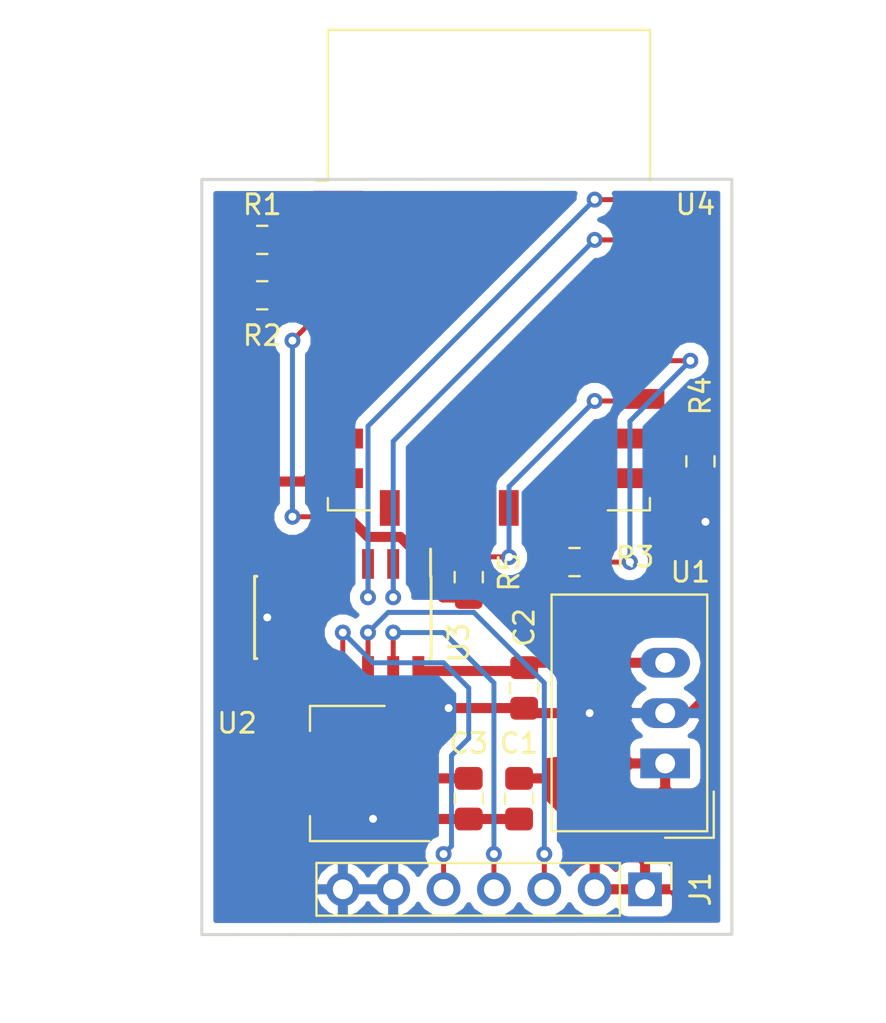
<source format=kicad_pcb>
(kicad_pcb (version 20171130) (host pcbnew "(5.0.0)")

  (general
    (thickness 1.6)
    (drawings 7)
    (tracks 130)
    (zones 0)
    (modules 13)
    (nets 33)
  )

  (page A4)
  (layers
    (0 F.Cu signal)
    (31 B.Cu signal)
    (32 B.Adhes user)
    (33 F.Adhes user)
    (34 B.Paste user)
    (35 F.Paste user)
    (36 B.SilkS user)
    (37 F.SilkS user)
    (38 B.Mask user)
    (39 F.Mask user)
    (40 Dwgs.User user)
    (41 Cmts.User user)
    (42 Eco1.User user)
    (43 Eco2.User user)
    (44 Edge.Cuts user)
    (45 Margin user)
    (46 B.CrtYd user)
    (47 F.CrtYd user)
    (48 B.Fab user)
    (49 F.Fab user)
  )

  (setup
    (last_trace_width 0.25)
    (trace_clearance 0.2)
    (zone_clearance 0.508)
    (zone_45_only no)
    (trace_min 0.2)
    (segment_width 0.2)
    (edge_width 0.15)
    (via_size 0.8)
    (via_drill 0.4)
    (via_min_size 0.4)
    (via_min_drill 0.3)
    (uvia_size 0.3)
    (uvia_drill 0.1)
    (uvias_allowed no)
    (uvia_min_size 0.2)
    (uvia_min_drill 0.1)
    (pcb_text_width 0.3)
    (pcb_text_size 1.5 1.5)
    (mod_edge_width 0.15)
    (mod_text_size 1 1)
    (mod_text_width 0.15)
    (pad_size 1.524 1.524)
    (pad_drill 0.762)
    (pad_to_mask_clearance 0.2)
    (aux_axis_origin 127 119.38)
    (grid_origin 127 119.38)
    (visible_elements 7FFFFFFF)
    (pcbplotparams
      (layerselection 0x010fc_ffffffff)
      (usegerberextensions false)
      (usegerberattributes false)
      (usegerberadvancedattributes false)
      (creategerberjobfile false)
      (excludeedgelayer true)
      (linewidth 0.100000)
      (plotframeref false)
      (viasonmask false)
      (mode 1)
      (useauxorigin false)
      (hpglpennumber 1)
      (hpglpenspeed 20)
      (hpglpendiameter 15.000000)
      (psnegative false)
      (psa4output false)
      (plotreference true)
      (plotvalue true)
      (plotinvisibletext false)
      (padsonsilk false)
      (subtractmaskfromsilk false)
      (outputformat 1)
      (mirror false)
      (drillshape 1)
      (scaleselection 1)
      (outputdirectory ""))
  )

  (net 0 "")
  (net 1 /GPIO0)
  (net 2 +3V3)
  (net 3 "Net-(R2-Pad1)")
  (net 4 "Net-(R1-Pad1)")
  (net 5 Earth)
  (net 6 "Net-(R4-Pad1)")
  (net 7 "Net-(U4-Pad2)")
  (net 8 /LOCAL_BRC)
  (net 9 "Net-(U4-Pad5)")
  (net 10 "Net-(U4-Pad6)")
  (net 11 "Net-(U4-Pad7)")
  (net 12 "Net-(U4-Pad9)")
  (net 13 "Net-(U4-Pad10)")
  (net 14 "Net-(U4-Pad11)")
  (net 15 "Net-(U4-Pad12)")
  (net 16 "Net-(U4-Pad13)")
  (net 17 "Net-(U4-Pad14)")
  (net 18 "Net-(U4-Pad19)")
  (net 19 "Net-(U4-Pad20)")
  (net 20 /LOCAL_RXD)
  (net 21 /LOCAL_TXD)
  (net 22 +5V)
  (net 23 "Net-(U3-Pad5)")
  (net 24 "Net-(U3-Pad6)")
  (net 25 "Net-(U3-Pad8)")
  (net 26 "Net-(U3-Pad9)")
  (net 27 "Net-(U3-Pad10)")
  (net 28 /ROOMBA_BRC)
  (net 29 /ROOMBA_RXD)
  (net 30 /ROOMBA_TXD)
  (net 31 +BATT)
  (net 32 /GPIO2)

  (net_class Default "This is the default net class."
    (clearance 0.2)
    (trace_width 0.25)
    (via_dia 0.8)
    (via_drill 0.4)
    (uvia_dia 0.3)
    (uvia_drill 0.1)
    (add_net /GPIO0)
    (add_net /GPIO2)
    (add_net /LOCAL_BRC)
    (add_net /LOCAL_RXD)
    (add_net /LOCAL_TXD)
    (add_net /ROOMBA_BRC)
    (add_net /ROOMBA_RXD)
    (add_net /ROOMBA_TXD)
    (add_net "Net-(R1-Pad1)")
    (add_net "Net-(R2-Pad1)")
    (add_net "Net-(R4-Pad1)")
    (add_net "Net-(U3-Pad10)")
    (add_net "Net-(U3-Pad5)")
    (add_net "Net-(U3-Pad6)")
    (add_net "Net-(U3-Pad8)")
    (add_net "Net-(U3-Pad9)")
    (add_net "Net-(U4-Pad10)")
    (add_net "Net-(U4-Pad11)")
    (add_net "Net-(U4-Pad12)")
    (add_net "Net-(U4-Pad13)")
    (add_net "Net-(U4-Pad14)")
    (add_net "Net-(U4-Pad19)")
    (add_net "Net-(U4-Pad2)")
    (add_net "Net-(U4-Pad20)")
    (add_net "Net-(U4-Pad5)")
    (add_net "Net-(U4-Pad6)")
    (add_net "Net-(U4-Pad7)")
    (add_net "Net-(U4-Pad9)")
  )

  (net_class Power ""
    (clearance 0.2)
    (trace_width 0.508)
    (via_dia 0.8)
    (via_drill 0.4)
    (uvia_dia 0.3)
    (uvia_drill 0.1)
    (add_net +3V3)
    (add_net +5V)
    (add_net +BATT)
    (add_net Earth)
  )

  (module Capacitor_SMD:C_0805_2012Metric_Pad1.15x1.40mm_HandSolder (layer F.Cu) (tedit 5B36C52B) (tstamp 5BDC2893)
    (at 145.542 109.982 270)
    (descr "Capacitor SMD 0805 (2012 Metric), square (rectangular) end terminal, IPC_7351 nominal with elongated pad for handsoldering. (Body size source: https://docs.google.com/spreadsheets/d/1BsfQQcO9C6DZCsRaXUlFlo91Tg2WpOkGARC1WS5S8t0/edit?usp=sharing), generated with kicad-footprint-generator")
    (tags "capacitor handsolder")
    (path /5BB9991F)
    (attr smd)
    (fp_text reference C1 (at -2.794 0) (layer F.SilkS)
      (effects (font (size 1 1) (thickness 0.15)))
    )
    (fp_text value "10 uF" (at 0 1.65 270) (layer F.Fab)
      (effects (font (size 1 1) (thickness 0.15)))
    )
    (fp_text user %R (at 0 0 270) (layer F.Fab)
      (effects (font (size 0.5 0.5) (thickness 0.08)))
    )
    (fp_line (start 1.85 0.95) (end -1.85 0.95) (layer F.CrtYd) (width 0.05))
    (fp_line (start 1.85 -0.95) (end 1.85 0.95) (layer F.CrtYd) (width 0.05))
    (fp_line (start -1.85 -0.95) (end 1.85 -0.95) (layer F.CrtYd) (width 0.05))
    (fp_line (start -1.85 0.95) (end -1.85 -0.95) (layer F.CrtYd) (width 0.05))
    (fp_line (start -0.261252 0.71) (end 0.261252 0.71) (layer F.SilkS) (width 0.12))
    (fp_line (start -0.261252 -0.71) (end 0.261252 -0.71) (layer F.SilkS) (width 0.12))
    (fp_line (start 1 0.6) (end -1 0.6) (layer F.Fab) (width 0.1))
    (fp_line (start 1 -0.6) (end 1 0.6) (layer F.Fab) (width 0.1))
    (fp_line (start -1 -0.6) (end 1 -0.6) (layer F.Fab) (width 0.1))
    (fp_line (start -1 0.6) (end -1 -0.6) (layer F.Fab) (width 0.1))
    (pad 2 smd roundrect (at 1.025 0 270) (size 1.15 1.4) (layers F.Cu F.Paste F.Mask) (roundrect_rratio 0.217391)
      (net 5 Earth))
    (pad 1 smd roundrect (at -1.025 0 270) (size 1.15 1.4) (layers F.Cu F.Paste F.Mask) (roundrect_rratio 0.217391)
      (net 31 +BATT))
    (model ${KISYS3DMOD}/Capacitor_SMD.3dshapes/C_0805_2012Metric.wrl
      (at (xyz 0 0 0))
      (scale (xyz 1 1 1))
      (rotate (xyz 0 0 0))
    )
  )

  (module Capacitor_SMD:C_0805_2012Metric_Pad1.15x1.40mm_HandSolder (layer F.Cu) (tedit 5B36C52B) (tstamp 5BDC2882)
    (at 145.796 104.394 270)
    (descr "Capacitor SMD 0805 (2012 Metric), square (rectangular) end terminal, IPC_7351 nominal with elongated pad for handsoldering. (Body size source: https://docs.google.com/spreadsheets/d/1BsfQQcO9C6DZCsRaXUlFlo91Tg2WpOkGARC1WS5S8t0/edit?usp=sharing), generated with kicad-footprint-generator")
    (tags "capacitor handsolder")
    (path /5BBABA07)
    (attr smd)
    (fp_text reference C2 (at -3.048 0 270) (layer F.SilkS)
      (effects (font (size 1 1) (thickness 0.15)))
    )
    (fp_text value "10 uF" (at 0 1.65 270) (layer F.Fab)
      (effects (font (size 1 1) (thickness 0.15)))
    )
    (fp_line (start -1 0.6) (end -1 -0.6) (layer F.Fab) (width 0.1))
    (fp_line (start -1 -0.6) (end 1 -0.6) (layer F.Fab) (width 0.1))
    (fp_line (start 1 -0.6) (end 1 0.6) (layer F.Fab) (width 0.1))
    (fp_line (start 1 0.6) (end -1 0.6) (layer F.Fab) (width 0.1))
    (fp_line (start -0.261252 -0.71) (end 0.261252 -0.71) (layer F.SilkS) (width 0.12))
    (fp_line (start -0.261252 0.71) (end 0.261252 0.71) (layer F.SilkS) (width 0.12))
    (fp_line (start -1.85 0.95) (end -1.85 -0.95) (layer F.CrtYd) (width 0.05))
    (fp_line (start -1.85 -0.95) (end 1.85 -0.95) (layer F.CrtYd) (width 0.05))
    (fp_line (start 1.85 -0.95) (end 1.85 0.95) (layer F.CrtYd) (width 0.05))
    (fp_line (start 1.85 0.95) (end -1.85 0.95) (layer F.CrtYd) (width 0.05))
    (fp_text user %R (at 0 0 270) (layer F.Fab)
      (effects (font (size 0.5 0.5) (thickness 0.08)))
    )
    (pad 1 smd roundrect (at -1.025 0 270) (size 1.15 1.4) (layers F.Cu F.Paste F.Mask) (roundrect_rratio 0.217391)
      (net 22 +5V))
    (pad 2 smd roundrect (at 1.025 0 270) (size 1.15 1.4) (layers F.Cu F.Paste F.Mask) (roundrect_rratio 0.217391)
      (net 5 Earth))
    (model ${KISYS3DMOD}/Capacitor_SMD.3dshapes/C_0805_2012Metric.wrl
      (at (xyz 0 0 0))
      (scale (xyz 1 1 1))
      (rotate (xyz 0 0 0))
    )
  )

  (module Capacitor_SMD:C_0805_2012Metric_Pad1.15x1.40mm_HandSolder (layer F.Cu) (tedit 5B36C52B) (tstamp 5BDC2871)
    (at 143.002 109.982 270)
    (descr "Capacitor SMD 0805 (2012 Metric), square (rectangular) end terminal, IPC_7351 nominal with elongated pad for handsoldering. (Body size source: https://docs.google.com/spreadsheets/d/1BsfQQcO9C6DZCsRaXUlFlo91Tg2WpOkGARC1WS5S8t0/edit?usp=sharing), generated with kicad-footprint-generator")
    (tags "capacitor handsolder")
    (path /5BBACEE9)
    (attr smd)
    (fp_text reference C3 (at -2.794 0) (layer F.SilkS)
      (effects (font (size 1 1) (thickness 0.15)))
    )
    (fp_text value "10 uF" (at 0 1.65 270) (layer F.Fab)
      (effects (font (size 1 1) (thickness 0.15)))
    )
    (fp_text user %R (at 0 0 270) (layer F.Fab)
      (effects (font (size 0.5 0.5) (thickness 0.08)))
    )
    (fp_line (start 1.85 0.95) (end -1.85 0.95) (layer F.CrtYd) (width 0.05))
    (fp_line (start 1.85 -0.95) (end 1.85 0.95) (layer F.CrtYd) (width 0.05))
    (fp_line (start -1.85 -0.95) (end 1.85 -0.95) (layer F.CrtYd) (width 0.05))
    (fp_line (start -1.85 0.95) (end -1.85 -0.95) (layer F.CrtYd) (width 0.05))
    (fp_line (start -0.261252 0.71) (end 0.261252 0.71) (layer F.SilkS) (width 0.12))
    (fp_line (start -0.261252 -0.71) (end 0.261252 -0.71) (layer F.SilkS) (width 0.12))
    (fp_line (start 1 0.6) (end -1 0.6) (layer F.Fab) (width 0.1))
    (fp_line (start 1 -0.6) (end 1 0.6) (layer F.Fab) (width 0.1))
    (fp_line (start -1 -0.6) (end 1 -0.6) (layer F.Fab) (width 0.1))
    (fp_line (start -1 0.6) (end -1 -0.6) (layer F.Fab) (width 0.1))
    (pad 2 smd roundrect (at 1.025 0 270) (size 1.15 1.4) (layers F.Cu F.Paste F.Mask) (roundrect_rratio 0.217391)
      (net 5 Earth))
    (pad 1 smd roundrect (at -1.025 0 270) (size 1.15 1.4) (layers F.Cu F.Paste F.Mask) (roundrect_rratio 0.217391)
      (net 2 +3V3))
    (model ${KISYS3DMOD}/Capacitor_SMD.3dshapes/C_0805_2012Metric.wrl
      (at (xyz 0 0 0))
      (scale (xyz 1 1 1))
      (rotate (xyz 0 0 0))
    )
  )

  (module Connector_PinHeader_2.54mm:PinHeader_1x07_P2.54mm_Vertical (layer F.Cu) (tedit 5BB6F3B1) (tstamp 5BDC284F)
    (at 151.892 114.554 270)
    (descr "Through hole straight pin header, 1x07, 2.54mm pitch, single row")
    (tags "Through hole pin header THT 1x07 2.54mm single row")
    (path /5BB8E599)
    (fp_text reference J1 (at 0 -2.794 270) (layer F.SilkS)
      (effects (font (size 1 1) (thickness 0.15)))
    )
    (fp_text value Conn_01x07_Male (at 0 17.57 270) (layer F.Fab)
      (effects (font (size 1 1) (thickness 0.15)))
    )
    (fp_line (start -0.635 -1.27) (end 1.27 -1.27) (layer F.Fab) (width 0.1))
    (fp_line (start 1.27 -1.27) (end 1.27 16.51) (layer F.Fab) (width 0.1))
    (fp_line (start 1.27 16.51) (end -1.27 16.51) (layer F.Fab) (width 0.1))
    (fp_line (start -1.27 16.51) (end -1.27 -0.635) (layer F.Fab) (width 0.1))
    (fp_line (start -1.27 -0.635) (end -0.635 -1.27) (layer F.Fab) (width 0.1))
    (fp_line (start -1.33 16.57) (end 1.33 16.57) (layer F.SilkS) (width 0.12))
    (fp_line (start -1.33 1.27) (end -1.33 16.57) (layer F.SilkS) (width 0.12))
    (fp_line (start 1.33 1.27) (end 1.33 16.57) (layer F.SilkS) (width 0.12))
    (fp_line (start -1.33 1.27) (end 1.33 1.27) (layer F.SilkS) (width 0.12))
    (fp_line (start -1.33 0) (end -1.33 -1.33) (layer F.SilkS) (width 0.12))
    (fp_line (start -1.33 -1.33) (end 0 -1.33) (layer F.SilkS) (width 0.12))
    (fp_line (start -1.8 -1.8) (end -1.8 17.05) (layer F.CrtYd) (width 0.05))
    (fp_line (start -1.8 17.05) (end 1.8 17.05) (layer F.CrtYd) (width 0.05))
    (fp_line (start 1.8 17.05) (end 1.8 -1.8) (layer F.CrtYd) (width 0.05))
    (fp_line (start 1.8 -1.8) (end -1.8 -1.8) (layer F.CrtYd) (width 0.05))
    (fp_text user %R (at 0 7.62) (layer F.Fab)
      (effects (font (size 1 1) (thickness 0.15)))
    )
    (pad 1 thru_hole rect (at 0 0 270) (size 1.7 1.7) (drill 1) (layers *.Cu *.Mask)
      (net 31 +BATT))
    (pad 2 thru_hole oval (at 0 2.54 270) (size 1.7 1.7) (drill 1) (layers *.Cu *.Mask)
      (net 31 +BATT))
    (pad 3 thru_hole oval (at 0 5.08 270) (size 1.7 1.7) (drill 1) (layers *.Cu *.Mask)
      (net 29 /ROOMBA_RXD))
    (pad 4 thru_hole oval (at 0 7.62 270) (size 1.7 1.7) (drill 1) (layers *.Cu *.Mask)
      (net 30 /ROOMBA_TXD))
    (pad 5 thru_hole oval (at 0 10.16 270) (size 1.7 1.7) (drill 1) (layers *.Cu *.Mask)
      (net 28 /ROOMBA_BRC))
    (pad 6 thru_hole oval (at 0 12.7 270) (size 1.7 1.7) (drill 1) (layers *.Cu *.Mask)
      (net 5 Earth))
    (pad 7 thru_hole oval (at 0 15.24 270) (size 1.7 1.7) (drill 1) (layers *.Cu *.Mask)
      (net 5 Earth))
    (model ${KISYS3DMOD}/Connector_PinHeader_2.54mm.3dshapes/PinHeader_1x07_P2.54mm_Vertical.wrl
      (at (xyz 0 0 0))
      (scale (xyz 1 1 1))
      (rotate (xyz 0 0 0))
    )
  )

  (module Converter_DCDC:Converter_DCDC_TRACO_TSR-1_THT (layer F.Cu) (tedit 59FE1FB7) (tstamp 5BDC281C)
    (at 152.908 108.204 90)
    (descr "DCDC-Converter, TRACO, TSR 1-xxxx")
    (tags "DCDC-Converter TRACO TSR-1")
    (path /5BB72BEF)
    (fp_text reference U1 (at 9.652 1.27 180) (layer F.SilkS)
      (effects (font (size 1 1) (thickness 0.15)))
    )
    (fp_text value TSR_1-2450 (at 2.5 3.25 90) (layer F.Fab)
      (effects (font (size 1 1) (thickness 0.15)))
    )
    (fp_text user %R (at 3 -3 90) (layer F.Fab)
      (effects (font (size 1 1) (thickness 0.15)))
    )
    (fp_line (start -3.75 2.45) (end -1.42 2.45) (layer F.SilkS) (width 0.12))
    (fp_line (start -3.75 0) (end -3.75 2.45) (layer F.SilkS) (width 0.12))
    (fp_line (start -3.3 1) (end -2.3 2) (layer F.Fab) (width 0.1))
    (fp_line (start -3.3 1) (end -3.3 -5.6) (layer F.Fab) (width 0.1))
    (fp_line (start 8.4 2) (end 8.4 -5.6) (layer F.Fab) (width 0.1))
    (fp_line (start -3.3 -5.6) (end 8.4 -5.6) (layer F.Fab) (width 0.1))
    (fp_line (start -3.55 2.25) (end -3.55 -5.85) (layer F.CrtYd) (width 0.05))
    (fp_line (start 8.65 2.25) (end -3.55 2.25) (layer F.CrtYd) (width 0.05))
    (fp_line (start 8.65 -5.85) (end 8.65 2.25) (layer F.CrtYd) (width 0.05))
    (fp_line (start -3.55 -5.85) (end 8.65 -5.85) (layer F.CrtYd) (width 0.05))
    (fp_line (start 8.52 2.12) (end -3.42 2.12) (layer F.SilkS) (width 0.12))
    (fp_line (start 8.52 -5.73) (end 8.52 2.12) (layer F.SilkS) (width 0.12))
    (fp_line (start -3.42 -5.73) (end 8.52 -5.73) (layer F.SilkS) (width 0.12))
    (fp_line (start -3.42 2.12) (end -3.42 -5.73) (layer F.SilkS) (width 0.12))
    (fp_line (start -2.3 2) (end 8.4 2) (layer F.Fab) (width 0.1))
    (pad 1 thru_hole rect (at 0 0 90) (size 1.5 2.5) (drill 1) (layers *.Cu *.Mask)
      (net 31 +BATT))
    (pad 2 thru_hole oval (at 2.54 0 90) (size 1.5 2.5) (drill 1) (layers *.Cu *.Mask)
      (net 5 Earth))
    (pad 3 thru_hole oval (at 5.08 0 90) (size 1.5 2.5) (drill 1) (layers *.Cu *.Mask)
      (net 22 +5V))
    (model ${KISYS3DMOD}/Converter_DCDC.3dshapes/Converter_DCDC_TRACO_TSR-1_THT.wrl
      (at (xyz 0 0 0))
      (scale (xyz 1 1 1))
      (rotate (xyz 0 0 0))
    )
  )

  (module Package_SO:SOIC-14_3.9x8.7mm_P1.27mm (layer F.Cu) (tedit 5A02F2D3) (tstamp 5BDC2805)
    (at 136.652 100.838 270)
    (descr "14-Lead Plastic Small Outline (SL) - Narrow, 3.90 mm Body [SOIC] (see Microchip Packaging Specification 00000049BS.pdf)")
    (tags "SOIC 1.27")
    (path /5BB7A4D3)
    (attr smd)
    (fp_text reference U3 (at 1.27 -5.842 270) (layer F.SilkS)
      (effects (font (size 1 1) (thickness 0.15)))
    )
    (fp_text value TXB0104D (at 0 5.375 270) (layer F.Fab)
      (effects (font (size 1 1) (thickness 0.15)))
    )
    (fp_text user %R (at 0 0 270) (layer F.Fab)
      (effects (font (size 0.9 0.9) (thickness 0.135)))
    )
    (fp_line (start -0.95 -4.35) (end 1.95 -4.35) (layer F.Fab) (width 0.15))
    (fp_line (start 1.95 -4.35) (end 1.95 4.35) (layer F.Fab) (width 0.15))
    (fp_line (start 1.95 4.35) (end -1.95 4.35) (layer F.Fab) (width 0.15))
    (fp_line (start -1.95 4.35) (end -1.95 -3.35) (layer F.Fab) (width 0.15))
    (fp_line (start -1.95 -3.35) (end -0.95 -4.35) (layer F.Fab) (width 0.15))
    (fp_line (start -3.7 -4.65) (end -3.7 4.65) (layer F.CrtYd) (width 0.05))
    (fp_line (start 3.7 -4.65) (end 3.7 4.65) (layer F.CrtYd) (width 0.05))
    (fp_line (start -3.7 -4.65) (end 3.7 -4.65) (layer F.CrtYd) (width 0.05))
    (fp_line (start -3.7 4.65) (end 3.7 4.65) (layer F.CrtYd) (width 0.05))
    (fp_line (start -2.075 -4.45) (end -2.075 -4.425) (layer F.SilkS) (width 0.15))
    (fp_line (start 2.075 -4.45) (end 2.075 -4.335) (layer F.SilkS) (width 0.15))
    (fp_line (start 2.075 4.45) (end 2.075 4.335) (layer F.SilkS) (width 0.15))
    (fp_line (start -2.075 4.45) (end -2.075 4.335) (layer F.SilkS) (width 0.15))
    (fp_line (start -2.075 -4.45) (end 2.075 -4.45) (layer F.SilkS) (width 0.15))
    (fp_line (start -2.075 4.45) (end 2.075 4.45) (layer F.SilkS) (width 0.15))
    (fp_line (start -2.075 -4.425) (end -3.45 -4.425) (layer F.SilkS) (width 0.15))
    (pad 1 smd rect (at -2.7 -3.81 270) (size 1.5 0.6) (layers F.Cu F.Paste F.Mask)
      (net 2 +3V3))
    (pad 2 smd rect (at -2.7 -2.54 270) (size 1.5 0.6) (layers F.Cu F.Paste F.Mask)
      (net 20 /LOCAL_RXD))
    (pad 3 smd rect (at -2.7 -1.27 270) (size 1.5 0.6) (layers F.Cu F.Paste F.Mask)
      (net 21 /LOCAL_TXD))
    (pad 4 smd rect (at -2.7 0 270) (size 1.5 0.6) (layers F.Cu F.Paste F.Mask)
      (net 8 /LOCAL_BRC))
    (pad 5 smd rect (at -2.7 1.27 270) (size 1.5 0.6) (layers F.Cu F.Paste F.Mask)
      (net 23 "Net-(U3-Pad5)"))
    (pad 6 smd rect (at -2.7 2.54 270) (size 1.5 0.6) (layers F.Cu F.Paste F.Mask)
      (net 24 "Net-(U3-Pad6)"))
    (pad 7 smd rect (at -2.7 3.81 270) (size 1.5 0.6) (layers F.Cu F.Paste F.Mask)
      (net 5 Earth))
    (pad 8 smd rect (at 2.7 3.81 270) (size 1.5 0.6) (layers F.Cu F.Paste F.Mask)
      (net 25 "Net-(U3-Pad8)"))
    (pad 9 smd rect (at 2.7 2.54 270) (size 1.5 0.6) (layers F.Cu F.Paste F.Mask)
      (net 26 "Net-(U3-Pad9)"))
    (pad 10 smd rect (at 2.7 1.27 270) (size 1.5 0.6) (layers F.Cu F.Paste F.Mask)
      (net 27 "Net-(U3-Pad10)"))
    (pad 11 smd rect (at 2.7 0 270) (size 1.5 0.6) (layers F.Cu F.Paste F.Mask)
      (net 28 /ROOMBA_BRC))
    (pad 12 smd rect (at 2.7 -1.27 270) (size 1.5 0.6) (layers F.Cu F.Paste F.Mask)
      (net 29 /ROOMBA_RXD))
    (pad 13 smd rect (at 2.7 -2.54 270) (size 1.5 0.6) (layers F.Cu F.Paste F.Mask)
      (net 30 /ROOMBA_TXD))
    (pad 14 smd rect (at 2.7 -3.81 270) (size 1.5 0.6) (layers F.Cu F.Paste F.Mask)
      (net 22 +5V))
    (model ${KISYS3DMOD}/Package_SO.3dshapes/SOIC-14_3.9x8.7mm_P1.27mm.wrl
      (at (xyz 0 0 0))
      (scale (xyz 1 1 1))
      (rotate (xyz 0 0 0))
    )
  )

  (module Package_TO_SOT_SMD:SOT-223-3_TabPin2 (layer F.Cu) (tedit 5BB6F363) (tstamp 5BDC27E2)
    (at 136.906 108.712 180)
    (descr "module CMS SOT223 4 pins")
    (tags "CMS SOT")
    (path /5BB8FA5F)
    (attr smd)
    (fp_text reference U2 (at 5.588 2.54 180) (layer F.SilkS)
      (effects (font (size 1 1) (thickness 0.15)))
    )
    (fp_text value NCP1117-3.3_SOT223 (at 0 4.5 180) (layer F.Fab) hide
      (effects (font (size 1 1) (thickness 0.15)))
    )
    (fp_text user %R (at 0 0 270) (layer F.Fab)
      (effects (font (size 0.8 0.8) (thickness 0.12)))
    )
    (fp_line (start 1.91 3.41) (end 1.91 2.15) (layer F.SilkS) (width 0.12))
    (fp_line (start 1.91 -3.41) (end 1.91 -2.15) (layer F.SilkS) (width 0.12))
    (fp_line (start 4.4 -3.6) (end -4.4 -3.6) (layer F.CrtYd) (width 0.05))
    (fp_line (start 4.4 3.6) (end 4.4 -3.6) (layer F.CrtYd) (width 0.05))
    (fp_line (start -4.4 3.6) (end 4.4 3.6) (layer F.CrtYd) (width 0.05))
    (fp_line (start -4.4 -3.6) (end -4.4 3.6) (layer F.CrtYd) (width 0.05))
    (fp_line (start -1.85 -2.35) (end -0.85 -3.35) (layer F.Fab) (width 0.1))
    (fp_line (start -1.85 -2.35) (end -1.85 3.35) (layer F.Fab) (width 0.1))
    (fp_line (start -1.85 3.41) (end 1.91 3.41) (layer F.SilkS) (width 0.12))
    (fp_line (start -0.85 -3.35) (end 1.85 -3.35) (layer F.Fab) (width 0.1))
    (fp_line (start -4.1 -3.41) (end 1.91 -3.41) (layer F.SilkS) (width 0.12))
    (fp_line (start -1.85 3.35) (end 1.85 3.35) (layer F.Fab) (width 0.1))
    (fp_line (start 1.85 -3.35) (end 1.85 3.35) (layer F.Fab) (width 0.1))
    (pad 2 smd rect (at 3.15 0 180) (size 2 3.8) (layers F.Cu F.Paste F.Mask)
      (net 2 +3V3))
    (pad 2 smd rect (at -3.15 0 180) (size 2 1.5) (layers F.Cu F.Paste F.Mask)
      (net 2 +3V3))
    (pad 3 smd rect (at -3.15 2.3 180) (size 2 1.5) (layers F.Cu F.Paste F.Mask)
      (net 22 +5V))
    (pad 1 smd rect (at -3.15 -2.3 180) (size 2 1.5) (layers F.Cu F.Paste F.Mask)
      (net 5 Earth))
    (model ${KISYS3DMOD}/Package_TO_SOT_SMD.3dshapes/SOT-223.wrl
      (at (xyz 0 0 0))
      (scale (xyz 1 1 1))
      (rotate (xyz 0 0 0))
    )
  )

  (module RF_Module:ESP-12E (layer F.Cu) (tedit 5A030172) (tstamp 5BDC27CC)
    (at 144.018 83.312)
    (descr "Wi-Fi Module, http://wiki.ai-thinker.com/_media/esp8266/docs/aithinker_esp_12f_datasheet_en.pdf")
    (tags "Wi-Fi Module")
    (path /5BB75859)
    (attr smd)
    (fp_text reference U4 (at 10.414 -3.302) (layer F.SilkS)
      (effects (font (size 1 1) (thickness 0.15)))
    )
    (fp_text value ESP-12F (at -0.06 -12.78) (layer F.Fab)
      (effects (font (size 1 1) (thickness 0.15)))
    )
    (fp_text user Antenna (at -0.06 -7 180) (layer Cmts.User)
      (effects (font (size 1 1) (thickness 0.15)))
    )
    (fp_text user "KEEP-OUT ZONE" (at 0.03 -9.55 180) (layer Cmts.User)
      (effects (font (size 1 1) (thickness 0.15)))
    )
    (fp_text user %R (at 0.49 -0.8) (layer F.Fab)
      (effects (font (size 1 1) (thickness 0.15)))
    )
    (fp_line (start -8 -12) (end 8 -12) (layer F.Fab) (width 0.12))
    (fp_line (start 8 -12) (end 8 12) (layer F.Fab) (width 0.12))
    (fp_line (start 8 12) (end -8 12) (layer F.Fab) (width 0.12))
    (fp_line (start -8 12) (end -8 -3) (layer F.Fab) (width 0.12))
    (fp_line (start -8 -3) (end -7.5 -3.5) (layer F.Fab) (width 0.12))
    (fp_line (start -7.5 -3.5) (end -8 -4) (layer F.Fab) (width 0.12))
    (fp_line (start -8 -4) (end -8 -12) (layer F.Fab) (width 0.12))
    (fp_line (start -9.05 -12.2) (end 9.05 -12.2) (layer F.CrtYd) (width 0.05))
    (fp_line (start 9.05 -12.2) (end 9.05 13.1) (layer F.CrtYd) (width 0.05))
    (fp_line (start 9.05 13.1) (end -9.05 13.1) (layer F.CrtYd) (width 0.05))
    (fp_line (start -9.05 13.1) (end -9.05 -12.2) (layer F.CrtYd) (width 0.05))
    (fp_line (start -8.12 -12.12) (end 8.12 -12.12) (layer F.SilkS) (width 0.12))
    (fp_line (start 8.12 -12.12) (end 8.12 -4.5) (layer F.SilkS) (width 0.12))
    (fp_line (start 8.12 11.5) (end 8.12 12.12) (layer F.SilkS) (width 0.12))
    (fp_line (start 8.12 12.12) (end 6 12.12) (layer F.SilkS) (width 0.12))
    (fp_line (start -6 12.12) (end -8.12 12.12) (layer F.SilkS) (width 0.12))
    (fp_line (start -8.12 12.12) (end -8.12 11.5) (layer F.SilkS) (width 0.12))
    (fp_line (start -8.12 -4.5) (end -8.12 -12.12) (layer F.SilkS) (width 0.12))
    (fp_line (start -8.12 -4.5) (end -8.73 -4.5) (layer F.SilkS) (width 0.12))
    (fp_line (start -8.12 -12.12) (end 8.12 -12.12) (layer Dwgs.User) (width 0.12))
    (fp_line (start 8.12 -12.12) (end 8.12 -4.8) (layer Dwgs.User) (width 0.12))
    (fp_line (start 8.12 -4.8) (end -8.12 -4.8) (layer Dwgs.User) (width 0.12))
    (fp_line (start -8.12 -4.8) (end -8.12 -12.12) (layer Dwgs.User) (width 0.12))
    (fp_line (start -8.12 -9.12) (end -5.12 -12.12) (layer Dwgs.User) (width 0.12))
    (fp_line (start -8.12 -6.12) (end -2.12 -12.12) (layer Dwgs.User) (width 0.12))
    (fp_line (start -6.44 -4.8) (end 0.88 -12.12) (layer Dwgs.User) (width 0.12))
    (fp_line (start -3.44 -4.8) (end 3.88 -12.12) (layer Dwgs.User) (width 0.12))
    (fp_line (start -0.44 -4.8) (end 6.88 -12.12) (layer Dwgs.User) (width 0.12))
    (fp_line (start 2.56 -4.8) (end 8.12 -10.36) (layer Dwgs.User) (width 0.12))
    (fp_line (start 5.56 -4.8) (end 8.12 -7.36) (layer Dwgs.User) (width 0.12))
    (pad 1 smd rect (at -7.6 -3.5) (size 2.5 1) (layers F.Cu F.Paste F.Mask)
      (net 4 "Net-(R1-Pad1)"))
    (pad 2 smd rect (at -7.6 -1.5) (size 2.5 1) (layers F.Cu F.Paste F.Mask)
      (net 7 "Net-(U4-Pad2)"))
    (pad 3 smd rect (at -7.6 0.5) (size 2.5 1) (layers F.Cu F.Paste F.Mask)
      (net 3 "Net-(R2-Pad1)"))
    (pad 4 smd rect (at -7.6 2.5) (size 2.5 1) (layers F.Cu F.Paste F.Mask)
      (net 8 /LOCAL_BRC))
    (pad 5 smd rect (at -7.6 4.5) (size 2.5 1) (layers F.Cu F.Paste F.Mask)
      (net 9 "Net-(U4-Pad5)"))
    (pad 6 smd rect (at -7.6 6.5) (size 2.5 1) (layers F.Cu F.Paste F.Mask)
      (net 10 "Net-(U4-Pad6)"))
    (pad 7 smd rect (at -7.6 8.5) (size 2.5 1) (layers F.Cu F.Paste F.Mask)
      (net 11 "Net-(U4-Pad7)"))
    (pad 8 smd rect (at -7.6 10.5) (size 2.5 1) (layers F.Cu F.Paste F.Mask)
      (net 2 +3V3))
    (pad 9 smd rect (at -5 12) (size 1 1.8) (layers F.Cu F.Paste F.Mask)
      (net 12 "Net-(U4-Pad9)"))
    (pad 10 smd rect (at -3 12) (size 1 1.8) (layers F.Cu F.Paste F.Mask)
      (net 13 "Net-(U4-Pad10)"))
    (pad 11 smd rect (at -1 12) (size 1 1.8) (layers F.Cu F.Paste F.Mask)
      (net 14 "Net-(U4-Pad11)"))
    (pad 12 smd rect (at 1 12) (size 1 1.8) (layers F.Cu F.Paste F.Mask)
      (net 15 "Net-(U4-Pad12)"))
    (pad 13 smd rect (at 3 12) (size 1 1.8) (layers F.Cu F.Paste F.Mask)
      (net 16 "Net-(U4-Pad13)"))
    (pad 14 smd rect (at 5 12) (size 1 1.8) (layers F.Cu F.Paste F.Mask)
      (net 17 "Net-(U4-Pad14)"))
    (pad 15 smd rect (at 7.6 10.5) (size 2.5 1) (layers F.Cu F.Paste F.Mask)
      (net 5 Earth))
    (pad 16 smd rect (at 7.6 8.5) (size 2.5 1) (layers F.Cu F.Paste F.Mask)
      (net 6 "Net-(R4-Pad1)"))
    (pad 17 smd rect (at 7.6 6.5) (size 2.5 1) (layers F.Cu F.Paste F.Mask)
      (net 32 /GPIO2))
    (pad 18 smd rect (at 7.6 4.5) (size 2.5 1) (layers F.Cu F.Paste F.Mask)
      (net 1 /GPIO0))
    (pad 19 smd rect (at 7.6 2.5) (size 2.5 1) (layers F.Cu F.Paste F.Mask)
      (net 18 "Net-(U4-Pad19)"))
    (pad 20 smd rect (at 7.6 0.5) (size 2.5 1) (layers F.Cu F.Paste F.Mask)
      (net 19 "Net-(U4-Pad20)"))
    (pad 21 smd rect (at 7.6 -1.5) (size 2.5 1) (layers F.Cu F.Paste F.Mask)
      (net 20 /LOCAL_RXD))
    (pad 22 smd rect (at 7.6 -3.5) (size 2.5 1) (layers F.Cu F.Paste F.Mask)
      (net 21 /LOCAL_TXD))
    (model ${KISYS3DMOD}/RF_Module.3dshapes/ESP-12E.wrl
      (at (xyz 0 0 0))
      (scale (xyz 1 1 1))
      (rotate (xyz 0 0 0))
    )
  )

  (module Resistor_SMD:R_0805_2012Metric_Pad1.15x1.40mm_HandSolder (layer F.Cu) (tedit 5B36C52B) (tstamp 5BDC2791)
    (at 154.686 92.964 270)
    (descr "Resistor SMD 0805 (2012 Metric), square (rectangular) end terminal, IPC_7351 nominal with elongated pad for handsoldering. (Body size source: https://docs.google.com/spreadsheets/d/1BsfQQcO9C6DZCsRaXUlFlo91Tg2WpOkGARC1WS5S8t0/edit?usp=sharing), generated with kicad-footprint-generator")
    (tags "resistor handsolder")
    (path /5BB8506F)
    (attr smd)
    (fp_text reference R4 (at -3.302 0 270) (layer F.SilkS)
      (effects (font (size 1 1) (thickness 0.15)))
    )
    (fp_text value 12K (at 0 1.65 270) (layer F.Fab)
      (effects (font (size 1 1) (thickness 0.15)))
    )
    (fp_line (start -1 0.6) (end -1 -0.6) (layer F.Fab) (width 0.1))
    (fp_line (start -1 -0.6) (end 1 -0.6) (layer F.Fab) (width 0.1))
    (fp_line (start 1 -0.6) (end 1 0.6) (layer F.Fab) (width 0.1))
    (fp_line (start 1 0.6) (end -1 0.6) (layer F.Fab) (width 0.1))
    (fp_line (start -0.261252 -0.71) (end 0.261252 -0.71) (layer F.SilkS) (width 0.12))
    (fp_line (start -0.261252 0.71) (end 0.261252 0.71) (layer F.SilkS) (width 0.12))
    (fp_line (start -1.85 0.95) (end -1.85 -0.95) (layer F.CrtYd) (width 0.05))
    (fp_line (start -1.85 -0.95) (end 1.85 -0.95) (layer F.CrtYd) (width 0.05))
    (fp_line (start 1.85 -0.95) (end 1.85 0.95) (layer F.CrtYd) (width 0.05))
    (fp_line (start 1.85 0.95) (end -1.85 0.95) (layer F.CrtYd) (width 0.05))
    (fp_text user %R (at 0 0 270) (layer F.Fab)
      (effects (font (size 0.5 0.5) (thickness 0.08)))
    )
    (pad 1 smd roundrect (at -1.025 0 270) (size 1.15 1.4) (layers F.Cu F.Paste F.Mask) (roundrect_rratio 0.217391)
      (net 6 "Net-(R4-Pad1)"))
    (pad 2 smd roundrect (at 1.025 0 270) (size 1.15 1.4) (layers F.Cu F.Paste F.Mask) (roundrect_rratio 0.217391)
      (net 5 Earth))
    (model ${KISYS3DMOD}/Resistor_SMD.3dshapes/R_0805_2012Metric.wrl
      (at (xyz 0 0 0))
      (scale (xyz 1 1 1))
      (rotate (xyz 0 0 0))
    )
  )

  (module Resistor_SMD:R_0805_2012Metric_Pad1.15x1.40mm_HandSolder (layer F.Cu) (tedit 5B36C52B) (tstamp 5BDC2780)
    (at 143.002 98.806 270)
    (descr "Resistor SMD 0805 (2012 Metric), square (rectangular) end terminal, IPC_7351 nominal with elongated pad for handsoldering. (Body size source: https://docs.google.com/spreadsheets/d/1BsfQQcO9C6DZCsRaXUlFlo91Tg2WpOkGARC1WS5S8t0/edit?usp=sharing), generated with kicad-footprint-generator")
    (tags "resistor handsolder")
    (path /5BB80D3D)
    (attr smd)
    (fp_text reference R5 (at -0.254 -2.032 270) (layer F.SilkS)
      (effects (font (size 1 1) (thickness 0.15)))
    )
    (fp_text value 12K (at 0 1.65 270) (layer F.Fab)
      (effects (font (size 1 1) (thickness 0.15)))
    )
    (fp_text user %R (at 0 0 270) (layer F.Fab)
      (effects (font (size 0.5 0.5) (thickness 0.08)))
    )
    (fp_line (start 1.85 0.95) (end -1.85 0.95) (layer F.CrtYd) (width 0.05))
    (fp_line (start 1.85 -0.95) (end 1.85 0.95) (layer F.CrtYd) (width 0.05))
    (fp_line (start -1.85 -0.95) (end 1.85 -0.95) (layer F.CrtYd) (width 0.05))
    (fp_line (start -1.85 0.95) (end -1.85 -0.95) (layer F.CrtYd) (width 0.05))
    (fp_line (start -0.261252 0.71) (end 0.261252 0.71) (layer F.SilkS) (width 0.12))
    (fp_line (start -0.261252 -0.71) (end 0.261252 -0.71) (layer F.SilkS) (width 0.12))
    (fp_line (start 1 0.6) (end -1 0.6) (layer F.Fab) (width 0.1))
    (fp_line (start 1 -0.6) (end 1 0.6) (layer F.Fab) (width 0.1))
    (fp_line (start -1 -0.6) (end 1 -0.6) (layer F.Fab) (width 0.1))
    (fp_line (start -1 0.6) (end -1 -0.6) (layer F.Fab) (width 0.1))
    (pad 2 smd roundrect (at 1.025 0 270) (size 1.15 1.4) (layers F.Cu F.Paste F.Mask) (roundrect_rratio 0.217391)
      (net 2 +3V3))
    (pad 1 smd roundrect (at -1.025 0 270) (size 1.15 1.4) (layers F.Cu F.Paste F.Mask) (roundrect_rratio 0.217391)
      (net 32 /GPIO2))
    (model ${KISYS3DMOD}/Resistor_SMD.3dshapes/R_0805_2012Metric.wrl
      (at (xyz 0 0 0))
      (scale (xyz 1 1 1))
      (rotate (xyz 0 0 0))
    )
  )

  (module Resistor_SMD:R_0805_2012Metric_Pad1.15x1.40mm_HandSolder (layer F.Cu) (tedit 5B36C52B) (tstamp 5BDC276F)
    (at 132.588 81.788 180)
    (descr "Resistor SMD 0805 (2012 Metric), square (rectangular) end terminal, IPC_7351 nominal with elongated pad for handsoldering. (Body size source: https://docs.google.com/spreadsheets/d/1BsfQQcO9C6DZCsRaXUlFlo91Tg2WpOkGARC1WS5S8t0/edit?usp=sharing), generated with kicad-footprint-generator")
    (tags "resistor handsolder")
    (path /5BB804F3)
    (attr smd)
    (fp_text reference R1 (at 0 1.778 180) (layer F.SilkS)
      (effects (font (size 1 1) (thickness 0.15)))
    )
    (fp_text value 12K (at 0 1.65 180) (layer F.Fab)
      (effects (font (size 1 1) (thickness 0.15)))
    )
    (fp_line (start -1 0.6) (end -1 -0.6) (layer F.Fab) (width 0.1))
    (fp_line (start -1 -0.6) (end 1 -0.6) (layer F.Fab) (width 0.1))
    (fp_line (start 1 -0.6) (end 1 0.6) (layer F.Fab) (width 0.1))
    (fp_line (start 1 0.6) (end -1 0.6) (layer F.Fab) (width 0.1))
    (fp_line (start -0.261252 -0.71) (end 0.261252 -0.71) (layer F.SilkS) (width 0.12))
    (fp_line (start -0.261252 0.71) (end 0.261252 0.71) (layer F.SilkS) (width 0.12))
    (fp_line (start -1.85 0.95) (end -1.85 -0.95) (layer F.CrtYd) (width 0.05))
    (fp_line (start -1.85 -0.95) (end 1.85 -0.95) (layer F.CrtYd) (width 0.05))
    (fp_line (start 1.85 -0.95) (end 1.85 0.95) (layer F.CrtYd) (width 0.05))
    (fp_line (start 1.85 0.95) (end -1.85 0.95) (layer F.CrtYd) (width 0.05))
    (fp_text user %R (at 0 0 180) (layer F.Fab)
      (effects (font (size 0.5 0.5) (thickness 0.08)))
    )
    (pad 1 smd roundrect (at -1.025 0 180) (size 1.15 1.4) (layers F.Cu F.Paste F.Mask) (roundrect_rratio 0.217391)
      (net 4 "Net-(R1-Pad1)"))
    (pad 2 smd roundrect (at 1.025 0 180) (size 1.15 1.4) (layers F.Cu F.Paste F.Mask) (roundrect_rratio 0.217391)
      (net 2 +3V3))
    (model ${KISYS3DMOD}/Resistor_SMD.3dshapes/R_0805_2012Metric.wrl
      (at (xyz 0 0 0))
      (scale (xyz 1 1 1))
      (rotate (xyz 0 0 0))
    )
  )

  (module Resistor_SMD:R_0805_2012Metric_Pad1.15x1.40mm_HandSolder (layer F.Cu) (tedit 5B36C52B) (tstamp 5BDC275E)
    (at 132.588 84.582 180)
    (descr "Resistor SMD 0805 (2012 Metric), square (rectangular) end terminal, IPC_7351 nominal with elongated pad for handsoldering. (Body size source: https://docs.google.com/spreadsheets/d/1BsfQQcO9C6DZCsRaXUlFlo91Tg2WpOkGARC1WS5S8t0/edit?usp=sharing), generated with kicad-footprint-generator")
    (tags "resistor handsolder")
    (path /5BB7EDF7)
    (attr smd)
    (fp_text reference R2 (at 0 -2.032 180) (layer F.SilkS)
      (effects (font (size 1 1) (thickness 0.15)))
    )
    (fp_text value 12K (at 0 1.65 180) (layer F.Fab)
      (effects (font (size 1 1) (thickness 0.15)))
    )
    (fp_text user %R (at 0 0 180) (layer F.Fab)
      (effects (font (size 0.5 0.5) (thickness 0.08)))
    )
    (fp_line (start 1.85 0.95) (end -1.85 0.95) (layer F.CrtYd) (width 0.05))
    (fp_line (start 1.85 -0.95) (end 1.85 0.95) (layer F.CrtYd) (width 0.05))
    (fp_line (start -1.85 -0.95) (end 1.85 -0.95) (layer F.CrtYd) (width 0.05))
    (fp_line (start -1.85 0.95) (end -1.85 -0.95) (layer F.CrtYd) (width 0.05))
    (fp_line (start -0.261252 0.71) (end 0.261252 0.71) (layer F.SilkS) (width 0.12))
    (fp_line (start -0.261252 -0.71) (end 0.261252 -0.71) (layer F.SilkS) (width 0.12))
    (fp_line (start 1 0.6) (end -1 0.6) (layer F.Fab) (width 0.1))
    (fp_line (start 1 -0.6) (end 1 0.6) (layer F.Fab) (width 0.1))
    (fp_line (start -1 -0.6) (end 1 -0.6) (layer F.Fab) (width 0.1))
    (fp_line (start -1 0.6) (end -1 -0.6) (layer F.Fab) (width 0.1))
    (pad 2 smd roundrect (at 1.025 0 180) (size 1.15 1.4) (layers F.Cu F.Paste F.Mask) (roundrect_rratio 0.217391)
      (net 2 +3V3))
    (pad 1 smd roundrect (at -1.025 0 180) (size 1.15 1.4) (layers F.Cu F.Paste F.Mask) (roundrect_rratio 0.217391)
      (net 3 "Net-(R2-Pad1)"))
    (model ${KISYS3DMOD}/Resistor_SMD.3dshapes/R_0805_2012Metric.wrl
      (at (xyz 0 0 0))
      (scale (xyz 1 1 1))
      (rotate (xyz 0 0 0))
    )
  )

  (module Resistor_SMD:R_0805_2012Metric_Pad1.15x1.40mm_HandSolder (layer F.Cu) (tedit 5B36C52B) (tstamp 5BDC274D)
    (at 148.336 98.044 180)
    (descr "Resistor SMD 0805 (2012 Metric), square (rectangular) end terminal, IPC_7351 nominal with elongated pad for handsoldering. (Body size source: https://docs.google.com/spreadsheets/d/1BsfQQcO9C6DZCsRaXUlFlo91Tg2WpOkGARC1WS5S8t0/edit?usp=sharing), generated with kicad-footprint-generator")
    (tags "resistor handsolder")
    (path /5BB80D2D)
    (attr smd)
    (fp_text reference R3 (at -3.048 0.254 180) (layer F.SilkS)
      (effects (font (size 1 1) (thickness 0.15)))
    )
    (fp_text value 12K (at 0 1.65 180) (layer F.Fab)
      (effects (font (size 1 1) (thickness 0.15)))
    )
    (fp_line (start -1 0.6) (end -1 -0.6) (layer F.Fab) (width 0.1))
    (fp_line (start -1 -0.6) (end 1 -0.6) (layer F.Fab) (width 0.1))
    (fp_line (start 1 -0.6) (end 1 0.6) (layer F.Fab) (width 0.1))
    (fp_line (start 1 0.6) (end -1 0.6) (layer F.Fab) (width 0.1))
    (fp_line (start -0.261252 -0.71) (end 0.261252 -0.71) (layer F.SilkS) (width 0.12))
    (fp_line (start -0.261252 0.71) (end 0.261252 0.71) (layer F.SilkS) (width 0.12))
    (fp_line (start -1.85 0.95) (end -1.85 -0.95) (layer F.CrtYd) (width 0.05))
    (fp_line (start -1.85 -0.95) (end 1.85 -0.95) (layer F.CrtYd) (width 0.05))
    (fp_line (start 1.85 -0.95) (end 1.85 0.95) (layer F.CrtYd) (width 0.05))
    (fp_line (start 1.85 0.95) (end -1.85 0.95) (layer F.CrtYd) (width 0.05))
    (fp_text user %R (at 0 0 180) (layer F.Fab)
      (effects (font (size 0.5 0.5) (thickness 0.08)))
    )
    (pad 1 smd roundrect (at -1.025 0 180) (size 1.15 1.4) (layers F.Cu F.Paste F.Mask) (roundrect_rratio 0.217391)
      (net 1 /GPIO0))
    (pad 2 smd roundrect (at 1.025 0 180) (size 1.15 1.4) (layers F.Cu F.Paste F.Mask) (roundrect_rratio 0.217391)
      (net 2 +3V3))
    (model ${KISYS3DMOD}/Resistor_SMD.3dshapes/R_0805_2012Metric.wrl
      (at (xyz 0 0 0))
      (scale (xyz 1 1 1))
      (rotate (xyz 0 0 0))
    )
  )

  (dimension 45.72 (width 0.3) (layer Eco2.User)
    (gr_text "1.8000 in" (at 162.12 93.98 90) (layer Eco2.User)
      (effects (font (size 1.5 1.5) (thickness 0.3)))
    )
    (feature1 (pts (xy 160.02 71.12) (xy 160.606421 71.12)))
    (feature2 (pts (xy 160.02 116.84) (xy 160.606421 116.84)))
    (crossbar (pts (xy 160.02 116.84) (xy 160.02 71.12)))
    (arrow1a (pts (xy 160.02 71.12) (xy 160.606421 72.246504)))
    (arrow1b (pts (xy 160.02 71.12) (xy 159.433579 72.246504)))
    (arrow2a (pts (xy 160.02 116.84) (xy 160.606421 115.713496)))
    (arrow2b (pts (xy 160.02 116.84) (xy 159.433579 115.713496)))
  )
  (dimension 38.1 (width 0.3) (layer Eco2.User)
    (gr_text "1.5000 in" (at 124.9 97.79 270) (layer Eco2.User)
      (effects (font (size 1.5 1.5) (thickness 0.3)))
    )
    (feature1 (pts (xy 127 116.84) (xy 126.413579 116.84)))
    (feature2 (pts (xy 127 78.74) (xy 126.413579 78.74)))
    (crossbar (pts (xy 127 78.74) (xy 127 116.84)))
    (arrow1a (pts (xy 127 116.84) (xy 126.413579 115.713496)))
    (arrow1b (pts (xy 127 116.84) (xy 127.586421 115.713496)))
    (arrow2a (pts (xy 127 78.74) (xy 126.413579 79.866504)))
    (arrow2b (pts (xy 127 78.74) (xy 127.586421 79.866504)))
  )
  (dimension 26.67 (width 0.3) (layer Eco2.User)
    (gr_text "1.0500 in" (at 142.875 121.48) (layer Eco2.User)
      (effects (font (size 1.5 1.5) (thickness 0.3)))
    )
    (feature1 (pts (xy 156.21 119.38) (xy 156.21 119.966421)))
    (feature2 (pts (xy 129.54 119.38) (xy 129.54 119.966421)))
    (crossbar (pts (xy 129.54 119.38) (xy 156.21 119.38)))
    (arrow1a (pts (xy 156.21 119.38) (xy 155.083496 119.966421)))
    (arrow1b (pts (xy 156.21 119.38) (xy 155.083496 118.793579)))
    (arrow2a (pts (xy 129.54 119.38) (xy 130.666504 119.966421)))
    (arrow2b (pts (xy 129.54 119.38) (xy 130.666504 118.793579)))
  )
  (gr_line (start 129.54 78.74) (end 156.270283 78.726278) (layer Edge.Cuts) (width 0.15))
  (gr_line (start 129.54 116.826278) (end 129.54 78.726278) (layer Edge.Cuts) (width 0.15))
  (gr_line (start 156.270283 116.826278) (end 129.54 116.84) (layer Edge.Cuts) (width 0.15))
  (gr_line (start 156.270283 78.726278) (end 156.270283 116.826278) (layer Edge.Cuts) (width 0.15))

  (via (at 137.922 99.822) (size 0.8) (drill 0.4) (layers F.Cu B.Cu) (net 21))
  (via (at 139.192 99.822) (size 0.8) (drill 0.4) (layers F.Cu B.Cu) (net 20))
  (via (at 149.352 81.788) (size 0.8) (drill 0.4) (layers F.Cu B.Cu) (net 20))
  (via (at 149.352 79.756) (size 0.8) (drill 0.4) (layers F.Cu B.Cu) (net 21))
  (via (at 145.034 97.79) (size 0.8) (drill 0.4) (layers F.Cu B.Cu) (net 32))
  (via (at 151.13 98.044) (size 0.8) (drill 0.4) (layers F.Cu B.Cu) (net 1))
  (via (at 149.352 89.916) (size 0.8) (drill 0.4) (layers F.Cu B.Cu) (net 32))
  (via (at 154.178 87.884) (size 0.8) (drill 0.4) (layers F.Cu B.Cu) (net 1))
  (segment (start 149.361 98.044) (end 151.13 98.044) (width 0.25) (layer F.Cu) (net 1))
  (segment (start 151.69 87.884) (end 151.618 87.812) (width 0.25) (layer F.Cu) (net 1))
  (segment (start 154.178 87.884) (end 151.69 87.884) (width 0.25) (layer F.Cu) (net 1))
  (segment (start 151.13 90.932) (end 154.178 87.884) (width 0.25) (layer B.Cu) (net 1))
  (segment (start 151.13 98.044) (end 151.13 90.932) (width 0.25) (layer B.Cu) (net 1))
  (via (at 139.192 101.6) (size 0.8) (drill 0.4) (layers F.Cu B.Cu) (net 30))
  (via (at 137.922 101.6) (size 0.8) (drill 0.4) (layers F.Cu B.Cu) (net 29))
  (via (at 136.652 101.6) (size 0.8) (drill 0.4) (layers F.Cu B.Cu) (net 28))
  (via (at 146.812 112.776) (size 0.8) (drill 0.4) (layers F.Cu B.Cu) (net 29))
  (via (at 144.272 112.776) (size 0.8) (drill 0.4) (layers F.Cu B.Cu) (net 30))
  (via (at 141.732 112.776) (size 0.8) (drill 0.4) (layers F.Cu B.Cu) (net 28))
  (via (at 134.112 86.868) (size 0.8) (drill 0.4) (layers F.Cu B.Cu) (net 8))
  (via (at 134.112 95.758) (size 0.8) (drill 0.4) (layers F.Cu B.Cu) (net 8))
  (via (at 132.842 100.838) (size 0.8) (drill 0.4) (layers F.Cu B.Cu) (net 5))
  (via (at 138.176 110.998) (size 0.8) (drill 0.4) (layers F.Cu B.Cu) (net 5))
  (segment (start 140.301 108.957) (end 140.056 108.712) (width 0.25) (layer F.Cu) (net 2))
  (segment (start 143.002 108.957) (end 140.301 108.957) (width 0.508) (layer F.Cu) (net 2))
  (segment (start 140.056 108.712) (end 133.756 108.712) (width 0.508) (layer F.Cu) (net 2))
  (segment (start 133.756 108.712) (end 132.506 108.712) (width 0.508) (layer F.Cu) (net 2))
  (segment (start 132.506 108.712) (end 131.563 107.769) (width 0.508) (layer F.Cu) (net 2))
  (segment (start 131.563 81.788) (end 131.563 84.582) (width 0.508) (layer F.Cu) (net 2))
  (segment (start 134.75 93.98) (end 131.563 93.98) (width 0.508) (layer F.Cu) (net 2))
  (segment (start 134.918 93.812) (end 134.75 93.98) (width 0.508) (layer F.Cu) (net 2))
  (segment (start 136.418 93.812) (end 134.918 93.812) (width 0.508) (layer F.Cu) (net 2))
  (segment (start 131.563 107.769) (end 131.563 93.98) (width 0.508) (layer F.Cu) (net 2))
  (segment (start 131.563 93.98) (end 131.563 84.582) (width 0.508) (layer F.Cu) (net 2))
  (segment (start 136.418 93.812) (end 136.418 95.27) (width 0.508) (layer F.Cu) (net 2))
  (segment (start 136.418 95.27) (end 137.922 96.774) (width 0.508) (layer F.Cu) (net 2))
  (segment (start 140.462 97.688) (end 140.462 98.138) (width 0.25) (layer F.Cu) (net 2))
  (segment (start 139.548 96.774) (end 140.462 97.688) (width 0.508) (layer F.Cu) (net 2))
  (segment (start 137.922 96.774) (end 139.548 96.774) (width 0.508) (layer F.Cu) (net 2))
  (segment (start 142.202 99.831) (end 143.002 99.831) (width 0.508) (layer F.Cu) (net 2))
  (segment (start 141.705 99.831) (end 142.202 99.831) (width 0.508) (layer F.Cu) (net 2))
  (segment (start 140.462 98.588) (end 141.705 99.831) (width 0.508) (layer F.Cu) (net 2))
  (segment (start 140.462 98.138) (end 140.462 98.588) (width 0.25) (layer F.Cu) (net 2))
  (segment (start 143.002 99.831) (end 143.755 99.831) (width 0.25) (layer F.Cu) (net 2))
  (segment (start 143.755 99.831) (end 143.755 99.822) (width 0.25) (layer F.Cu) (net 2))
  (segment (start 146.687628 98.667372) (end 146.687628 98.676372) (width 0.25) (layer F.Cu) (net 2))
  (segment (start 147.311 98.044) (end 146.687628 98.667372) (width 0.508) (layer F.Cu) (net 2))
  (segment (start 145.533 99.831) (end 143.002 99.831) (width 0.508) (layer F.Cu) (net 2))
  (segment (start 146.687628 98.676372) (end 145.533 99.831) (width 0.508) (layer F.Cu) (net 2))
  (segment (start 134.236372 83.958628) (end 134.236372 83.949628) (width 0.25) (layer F.Cu) (net 3))
  (segment (start 133.613 84.582) (end 134.236372 83.958628) (width 0.25) (layer F.Cu) (net 3))
  (segment (start 134.374 83.812) (end 136.418 83.812) (width 0.25) (layer F.Cu) (net 3))
  (segment (start 134.236372 83.949628) (end 134.374 83.812) (width 0.25) (layer F.Cu) (net 3))
  (segment (start 135.589 79.812) (end 136.418 79.812) (width 0.25) (layer F.Cu) (net 4))
  (segment (start 133.613 81.788) (end 135.589 79.812) (width 0.25) (layer F.Cu) (net 4))
  (segment (start 146.041 105.664) (end 145.796 105.419) (width 0.25) (layer F.Cu) (net 5))
  (segment (start 152.908 105.664) (end 149.098 105.664) (width 0.508) (layer F.Cu) (net 5))
  (segment (start 142.997 111.012) (end 143.002 111.007) (width 0.25) (layer F.Cu) (net 5))
  (segment (start 140.042 110.998) (end 140.056 111.012) (width 0.25) (layer F.Cu) (net 5))
  (segment (start 152.908 105.664) (end 154.178 105.664) (width 0.508) (layer F.Cu) (net 5))
  (segment (start 154.178 105.664) (end 154.94 104.902) (width 0.508) (layer F.Cu) (net 5))
  (segment (start 154.94 104.902) (end 154.94 96.012) (width 0.508) (layer F.Cu) (net 5))
  (segment (start 154.686 95.25) (end 154.686 93.989) (width 0.508) (layer F.Cu) (net 5))
  (segment (start 154.94 95.504) (end 154.686 95.25) (width 0.508) (layer F.Cu) (net 5))
  (segment (start 151.795 93.989) (end 151.618 93.812) (width 0.25) (layer F.Cu) (net 5))
  (segment (start 154.686 93.989) (end 151.795 93.989) (width 0.508) (layer F.Cu) (net 5))
  (segment (start 132.842 100.838) (end 132.842 98.138) (width 0.508) (layer F.Cu) (net 5))
  (via (at 141.986 105.41) (size 0.8) (drill 0.4) (layers F.Cu B.Cu) (net 5))
  (segment (start 145.787 105.41) (end 145.796 105.419) (width 0.25) (layer F.Cu) (net 5))
  (segment (start 141.986 105.41) (end 145.787 105.41) (width 0.508) (layer F.Cu) (net 5))
  (segment (start 138.185 111.007) (end 138.176 110.998) (width 0.25) (layer F.Cu) (net 5))
  (segment (start 145.542 111.007) (end 138.185 111.007) (width 0.508) (layer F.Cu) (net 5))
  (segment (start 149.098 105.664) (end 146.041 105.664) (width 0.508) (layer F.Cu) (net 5) (tstamp 5BDC603C))
  (via (at 149.098 105.664) (size 0.8) (drill 0.4) (layers F.Cu B.Cu) (net 5))
  (segment (start 154.94 96.012) (end 154.94 95.504) (width 0.508) (layer F.Cu) (net 5) (tstamp 5BDC603E))
  (via (at 154.94 96.012) (size 0.8) (drill 0.4) (layers F.Cu B.Cu) (net 5))
  (segment (start 151.745 91.939) (end 151.618 91.812) (width 0.25) (layer F.Cu) (net 6))
  (segment (start 154.686 91.939) (end 151.745 91.939) (width 0.25) (layer F.Cu) (net 6))
  (segment (start 134.511999 86.468001) (end 134.112 86.868) (width 0.25) (layer F.Cu) (net 8))
  (segment (start 135.168 85.812) (end 134.511999 86.468001) (width 0.25) (layer F.Cu) (net 8))
  (segment (start 136.418 85.812) (end 135.168 85.812) (width 0.25) (layer F.Cu) (net 8))
  (segment (start 134.677685 95.758) (end 134.112 95.758) (width 0.25) (layer F.Cu) (net 8))
  (segment (start 135.272 95.758) (end 134.677685 95.758) (width 0.25) (layer F.Cu) (net 8))
  (segment (start 136.652 97.138) (end 135.272 95.758) (width 0.25) (layer F.Cu) (net 8))
  (segment (start 136.652 98.138) (end 136.652 97.138) (width 0.25) (layer F.Cu) (net 8))
  (segment (start 134.112 95.192315) (end 134.112 86.868) (width 0.25) (layer B.Cu) (net 8))
  (segment (start 134.112 95.758) (end 134.112 95.192315) (width 0.25) (layer B.Cu) (net 8))
  (segment (start 139.192 98.138) (end 139.192 99.822) (width 0.25) (layer F.Cu) (net 20))
  (segment (start 139.192 91.948) (end 149.352 81.788) (width 0.25) (layer B.Cu) (net 20))
  (segment (start 139.192 99.822) (end 139.192 91.948) (width 0.25) (layer B.Cu) (net 20))
  (segment (start 151.594 81.788) (end 151.618 81.812) (width 0.25) (layer F.Cu) (net 20))
  (segment (start 149.352 81.788) (end 151.594 81.788) (width 0.25) (layer F.Cu) (net 20))
  (segment (start 137.922 98.138) (end 137.922 99.822) (width 0.25) (layer F.Cu) (net 21))
  (segment (start 137.922 91.186) (end 149.352 79.756) (width 0.25) (layer B.Cu) (net 21))
  (segment (start 137.922 99.822) (end 137.922 91.186) (width 0.25) (layer B.Cu) (net 21))
  (segment (start 151.562 79.756) (end 151.618 79.812) (width 0.25) (layer F.Cu) (net 21))
  (segment (start 149.352 79.756) (end 151.562 79.756) (width 0.25) (layer F.Cu) (net 21))
  (segment (start 146.041 103.124) (end 145.796 103.369) (width 0.25) (layer F.Cu) (net 22))
  (segment (start 152.908 103.124) (end 146.041 103.124) (width 0.508) (layer F.Cu) (net 22))
  (segment (start 140.462 106.006) (end 140.056 106.412) (width 0.25) (layer F.Cu) (net 22))
  (segment (start 140.462 103.538) (end 140.462 106.006) (width 0.508) (layer F.Cu) (net 22))
  (segment (start 145.627 103.538) (end 145.796 103.369) (width 0.508) (layer F.Cu) (net 22))
  (segment (start 140.462 103.538) (end 145.627 103.538) (width 0.508) (layer F.Cu) (net 22))
  (segment (start 141.732 114.554) (end 141.732 112.776) (width 0.25) (layer F.Cu) (net 28))
  (segment (start 142.131999 112.376001) (end 142.131999 107.804001) (width 0.25) (layer B.Cu) (net 28))
  (segment (start 141.732 112.776) (end 142.131999 112.376001) (width 0.25) (layer B.Cu) (net 28))
  (segment (start 142.131999 107.804001) (end 143.002 106.934) (width 0.25) (layer B.Cu) (net 28))
  (segment (start 143.002 106.934) (end 143.002 104.394) (width 0.25) (layer B.Cu) (net 28))
  (segment (start 143.002 104.394) (end 141.732 103.124) (width 0.25) (layer B.Cu) (net 28))
  (segment (start 138.176 103.124) (end 136.652 101.6) (width 0.25) (layer B.Cu) (net 28))
  (segment (start 141.732 103.124) (end 138.176 103.124) (width 0.25) (layer B.Cu) (net 28))
  (segment (start 136.652 101.6) (end 136.652 103.538) (width 0.25) (layer F.Cu) (net 28))
  (segment (start 146.812 114.554) (end 146.812 112.776) (width 0.25) (layer F.Cu) (net 29))
  (segment (start 138.938 100.584) (end 137.922 101.6) (width 0.25) (layer B.Cu) (net 29))
  (segment (start 143.256 100.584) (end 138.938 100.584) (width 0.25) (layer B.Cu) (net 29))
  (segment (start 146.812 112.776) (end 146.812 104.14) (width 0.25) (layer B.Cu) (net 29))
  (segment (start 146.812 104.14) (end 143.256 100.584) (width 0.25) (layer B.Cu) (net 29))
  (segment (start 137.922 101.6) (end 137.922 103.538) (width 0.25) (layer F.Cu) (net 29))
  (segment (start 144.272 114.554) (end 144.272 112.776) (width 0.25) (layer F.Cu) (net 30))
  (segment (start 141.732 101.6) (end 139.192 101.6) (width 0.25) (layer B.Cu) (net 30))
  (segment (start 144.272 112.776) (end 144.272 104.14) (width 0.25) (layer B.Cu) (net 30))
  (segment (start 144.272 104.14) (end 141.732 101.6) (width 0.25) (layer B.Cu) (net 30))
  (segment (start 139.192 101.6) (end 139.192 103.538) (width 0.25) (layer F.Cu) (net 30))
  (segment (start 145.542 108.957) (end 147.057 108.957) (width 0.508) (layer F.Cu) (net 31))
  (segment (start 151.514 89.916) (end 151.618 89.812) (width 0.25) (layer F.Cu) (net 32))
  (segment (start 149.352 89.916) (end 151.514 89.916) (width 0.25) (layer F.Cu) (net 32))
  (segment (start 145.025 97.781) (end 145.034 97.79) (width 0.25) (layer F.Cu) (net 32))
  (segment (start 143.002 97.781) (end 145.025 97.781) (width 0.25) (layer F.Cu) (net 32))
  (segment (start 145.034 94.234) (end 149.352 89.916) (width 0.25) (layer B.Cu) (net 32))
  (segment (start 145.034 97.79) (end 145.034 94.234) (width 0.25) (layer B.Cu) (net 32))

  (zone (net 31) (net_name +BATT) (layer F.Cu) (tstamp 5BDC6427) (hatch edge 0.508)
    (connect_pads (clearance 0.508))
    (min_thickness 0.254)
    (fill yes (arc_segments 16) (thermal_gap 0.508) (thermal_bridge_width 0.508))
    (polygon
      (pts
        (xy 154.686 115.57) (xy 148.082 115.57) (xy 148.082 111.252) (xy 146.812 109.982) (xy 146.812 107.95)
        (xy 154.686 106.934)
      )
    )
    (filled_polygon
      (pts
        (xy 151.023 107.91825) (xy 151.18175 108.077) (xy 152.781 108.077) (xy 152.781 108.057) (xy 153.035 108.057)
        (xy 153.035 108.077) (xy 153.055 108.077) (xy 153.055 108.331) (xy 153.035 108.331) (xy 153.035 109.43025)
        (xy 153.19375 109.589) (xy 154.28431 109.589) (xy 154.517699 109.492327) (xy 154.559 109.451026) (xy 154.559 115.443)
        (xy 153.377 115.443) (xy 153.377 114.83975) (xy 153.21825 114.681) (xy 152.019 114.681) (xy 152.019 114.701)
        (xy 151.765 114.701) (xy 151.765 114.681) (xy 149.479 114.681) (xy 149.479 114.701) (xy 149.225 114.701)
        (xy 149.225 114.681) (xy 149.205 114.681) (xy 149.205 114.427) (xy 149.225 114.427) (xy 149.225 113.233845)
        (xy 149.479 113.233845) (xy 149.479 114.427) (xy 151.765 114.427) (xy 151.765 113.22775) (xy 152.019 113.22775)
        (xy 152.019 114.427) (xy 153.21825 114.427) (xy 153.377 114.26825) (xy 153.377 113.577691) (xy 153.280327 113.344302)
        (xy 153.101699 113.165673) (xy 152.86831 113.069) (xy 152.17775 113.069) (xy 152.019 113.22775) (xy 151.765 113.22775)
        (xy 151.60625 113.069) (xy 150.91569 113.069) (xy 150.682301 113.165673) (xy 150.503673 113.344302) (xy 150.416864 113.553878)
        (xy 150.118924 113.282355) (xy 149.70889 113.112524) (xy 149.479 113.233845) (xy 149.225 113.233845) (xy 148.99511 113.112524)
        (xy 148.585076 113.282355) (xy 148.209 113.625086) (xy 148.209 111.252) (xy 148.199333 111.203399) (xy 148.171803 111.162197)
        (xy 146.939 109.929394) (xy 146.939 108.48975) (xy 151.023 108.48975) (xy 151.023 109.080309) (xy 151.119673 109.313698)
        (xy 151.298301 109.492327) (xy 151.53169 109.589) (xy 152.62225 109.589) (xy 152.781 109.43025) (xy 152.781 108.331)
        (xy 151.18175 108.331) (xy 151.023 108.48975) (xy 146.939 108.48975) (xy 146.939 108.061666) (xy 151.023 107.534698)
      )
    )
  )
  (zone (net 5) (net_name Earth) (layer B.Cu) (tstamp 5BDC6424) (hatch edge 0.508)
    (connect_pads (clearance 0.508))
    (min_thickness 0.254)
    (fill yes (arc_segments 16) (thermal_gap 0.508) (thermal_bridge_width 0.508))
    (polygon
      (pts
        (xy 129.794 78.994) (xy 155.956 78.994) (xy 155.956 116.586) (xy 129.794 116.586)
      )
    )
    (filled_polygon
      (pts
        (xy 155.560284 116.116643) (xy 130.25 116.129635) (xy 130.25 114.910892) (xy 135.210514 114.910892) (xy 135.456817 115.435358)
        (xy 135.885076 115.825645) (xy 136.29511 115.995476) (xy 136.525 115.874155) (xy 136.525 114.681) (xy 136.779 114.681)
        (xy 136.779 115.874155) (xy 137.00889 115.995476) (xy 137.418924 115.825645) (xy 137.847183 115.435358) (xy 137.922 115.276046)
        (xy 137.996817 115.435358) (xy 138.425076 115.825645) (xy 138.83511 115.995476) (xy 139.065 115.874155) (xy 139.065 114.681)
        (xy 136.779 114.681) (xy 136.525 114.681) (xy 135.331181 114.681) (xy 135.210514 114.910892) (xy 130.25 114.910892)
        (xy 130.25 114.197108) (xy 135.210514 114.197108) (xy 135.331181 114.427) (xy 136.525 114.427) (xy 136.525 113.233845)
        (xy 136.779 113.233845) (xy 136.779 114.427) (xy 139.065 114.427) (xy 139.065 113.233845) (xy 138.83511 113.112524)
        (xy 138.425076 113.282355) (xy 137.996817 113.672642) (xy 137.922 113.831954) (xy 137.847183 113.672642) (xy 137.418924 113.282355)
        (xy 137.00889 113.112524) (xy 136.779 113.233845) (xy 136.525 113.233845) (xy 136.29511 113.112524) (xy 135.885076 113.282355)
        (xy 135.456817 113.672642) (xy 135.210514 114.197108) (xy 130.25 114.197108) (xy 130.25 86.662126) (xy 133.077 86.662126)
        (xy 133.077 87.073874) (xy 133.234569 87.45428) (xy 133.352001 87.571712) (xy 133.352 95.054289) (xy 133.234569 95.17172)
        (xy 133.077 95.552126) (xy 133.077 95.963874) (xy 133.234569 96.34428) (xy 133.52572 96.635431) (xy 133.906126 96.793)
        (xy 134.317874 96.793) (xy 134.69828 96.635431) (xy 134.989431 96.34428) (xy 135.147 95.963874) (xy 135.147 95.552126)
        (xy 134.989431 95.17172) (xy 134.872 95.054289) (xy 134.872 87.571711) (xy 134.989431 87.45428) (xy 135.147 87.073874)
        (xy 135.147 86.662126) (xy 134.989431 86.28172) (xy 134.69828 85.990569) (xy 134.317874 85.833) (xy 133.906126 85.833)
        (xy 133.52572 85.990569) (xy 133.234569 86.28172) (xy 133.077 86.662126) (xy 130.25 86.662126) (xy 130.25 79.449635)
        (xy 148.362476 79.440337) (xy 148.317 79.550126) (xy 148.317 79.716198) (xy 137.437528 90.595671) (xy 137.374072 90.638071)
        (xy 137.331672 90.701527) (xy 137.331671 90.701528) (xy 137.227689 90.857148) (xy 137.206097 90.889463) (xy 137.193857 90.951)
        (xy 137.147112 91.186) (xy 137.162001 91.260852) (xy 137.162 99.118289) (xy 137.044569 99.23572) (xy 136.887 99.616126)
        (xy 136.887 100.027874) (xy 137.044569 100.40828) (xy 137.33572 100.699431) (xy 137.36365 100.711) (xy 137.33572 100.722569)
        (xy 137.287 100.771289) (xy 137.23828 100.722569) (xy 136.857874 100.565) (xy 136.446126 100.565) (xy 136.06572 100.722569)
        (xy 135.774569 101.01372) (xy 135.617 101.394126) (xy 135.617 101.805874) (xy 135.774569 102.18628) (xy 136.06572 102.477431)
        (xy 136.446126 102.635) (xy 136.612198 102.635) (xy 137.585673 103.608476) (xy 137.628071 103.671929) (xy 137.691524 103.714327)
        (xy 137.691526 103.714329) (xy 137.816902 103.798102) (xy 137.879463 103.839904) (xy 138.101148 103.884) (xy 138.101152 103.884)
        (xy 138.175999 103.898888) (xy 138.250846 103.884) (xy 141.417199 103.884) (xy 142.242001 104.708803) (xy 142.242 106.619198)
        (xy 141.647527 107.213672) (xy 141.584071 107.256072) (xy 141.541671 107.319528) (xy 141.54167 107.319529) (xy 141.416096 107.507464)
        (xy 141.357111 107.804001) (xy 141.372 107.878853) (xy 141.371999 111.804841) (xy 141.14572 111.898569) (xy 140.854569 112.18972)
        (xy 140.697 112.570126) (xy 140.697 112.981874) (xy 140.851976 113.35602) (xy 140.661375 113.483375) (xy 140.448157 113.802478)
        (xy 140.387183 113.672642) (xy 139.958924 113.282355) (xy 139.54889 113.112524) (xy 139.319 113.233845) (xy 139.319 114.427)
        (xy 139.339 114.427) (xy 139.339 114.681) (xy 139.319 114.681) (xy 139.319 115.874155) (xy 139.54889 115.995476)
        (xy 139.958924 115.825645) (xy 140.387183 115.435358) (xy 140.448157 115.305522) (xy 140.661375 115.624625) (xy 141.152582 115.952839)
        (xy 141.585744 116.039) (xy 141.878256 116.039) (xy 142.311418 115.952839) (xy 142.802625 115.624625) (xy 143.002 115.326239)
        (xy 143.201375 115.624625) (xy 143.692582 115.952839) (xy 144.125744 116.039) (xy 144.418256 116.039) (xy 144.851418 115.952839)
        (xy 145.342625 115.624625) (xy 145.542 115.326239) (xy 145.741375 115.624625) (xy 146.232582 115.952839) (xy 146.665744 116.039)
        (xy 146.958256 116.039) (xy 147.391418 115.952839) (xy 147.882625 115.624625) (xy 148.082 115.326239) (xy 148.281375 115.624625)
        (xy 148.772582 115.952839) (xy 149.205744 116.039) (xy 149.498256 116.039) (xy 149.931418 115.952839) (xy 150.422625 115.624625)
        (xy 150.434816 115.606381) (xy 150.443843 115.651765) (xy 150.584191 115.861809) (xy 150.794235 116.002157) (xy 151.042 116.05144)
        (xy 152.742 116.05144) (xy 152.989765 116.002157) (xy 153.199809 115.861809) (xy 153.340157 115.651765) (xy 153.38944 115.404)
        (xy 153.38944 113.704) (xy 153.340157 113.456235) (xy 153.199809 113.246191) (xy 152.989765 113.105843) (xy 152.742 113.05656)
        (xy 151.042 113.05656) (xy 150.794235 113.105843) (xy 150.584191 113.246191) (xy 150.443843 113.456235) (xy 150.434816 113.501619)
        (xy 150.422625 113.483375) (xy 149.931418 113.155161) (xy 149.498256 113.069) (xy 149.205744 113.069) (xy 148.772582 113.155161)
        (xy 148.281375 113.483375) (xy 148.082 113.781761) (xy 147.882625 113.483375) (xy 147.692024 113.35602) (xy 147.847 112.981874)
        (xy 147.847 112.570126) (xy 147.689431 112.18972) (xy 147.572 112.072289) (xy 147.572 107.454) (xy 151.01056 107.454)
        (xy 151.01056 108.954) (xy 151.059843 109.201765) (xy 151.200191 109.411809) (xy 151.410235 109.552157) (xy 151.658 109.60144)
        (xy 154.158 109.60144) (xy 154.405765 109.552157) (xy 154.615809 109.411809) (xy 154.756157 109.201765) (xy 154.80544 108.954)
        (xy 154.80544 107.454) (xy 154.756157 107.206235) (xy 154.615809 106.996191) (xy 154.405765 106.855843) (xy 154.163275 106.807609)
        (xy 154.477145 106.55354) (xy 154.736173 106.076684) (xy 154.750318 106.005185) (xy 154.627656 105.791) (xy 153.035 105.791)
        (xy 153.035 105.811) (xy 152.781 105.811) (xy 152.781 105.791) (xy 151.188344 105.791) (xy 151.065682 106.005185)
        (xy 151.079827 106.076684) (xy 151.338855 106.55354) (xy 151.652725 106.807609) (xy 151.410235 106.855843) (xy 151.200191 106.996191)
        (xy 151.059843 107.206235) (xy 151.01056 107.454) (xy 147.572 107.454) (xy 147.572 104.214846) (xy 147.586888 104.139999)
        (xy 147.572 104.065152) (xy 147.572 104.065148) (xy 147.527904 103.843463) (xy 147.486102 103.780902) (xy 147.402329 103.655526)
        (xy 147.402327 103.655524) (xy 147.359929 103.592071) (xy 147.296476 103.549673) (xy 146.870803 103.124) (xy 150.995867 103.124)
        (xy 151.103359 103.6644) (xy 151.409471 104.122529) (xy 151.839316 104.409742) (xy 151.760651 104.433028) (xy 151.338855 104.77446)
        (xy 151.079827 105.251316) (xy 151.065682 105.322815) (xy 151.188344 105.537) (xy 152.781 105.537) (xy 152.781 105.517)
        (xy 153.035 105.517) (xy 153.035 105.537) (xy 154.627656 105.537) (xy 154.750318 105.322815) (xy 154.736173 105.251316)
        (xy 154.477145 104.77446) (xy 154.055349 104.433028) (xy 153.976684 104.409742) (xy 154.406529 104.122529) (xy 154.712641 103.6644)
        (xy 154.820133 103.124) (xy 154.712641 102.5836) (xy 154.406529 102.125471) (xy 153.9484 101.819359) (xy 153.544407 101.739)
        (xy 152.271593 101.739) (xy 151.8676 101.819359) (xy 151.409471 102.125471) (xy 151.103359 102.5836) (xy 150.995867 103.124)
        (xy 146.870803 103.124) (xy 143.846331 100.09953) (xy 143.803929 100.036071) (xy 143.552537 99.868096) (xy 143.330852 99.824)
        (xy 143.330847 99.824) (xy 143.256 99.809112) (xy 143.181153 99.824) (xy 140.227 99.824) (xy 140.227 99.616126)
        (xy 140.069431 99.23572) (xy 139.952 99.118289) (xy 139.952 97.584126) (xy 143.999 97.584126) (xy 143.999 97.995874)
        (xy 144.156569 98.37628) (xy 144.44772 98.667431) (xy 144.828126 98.825) (xy 145.239874 98.825) (xy 145.62028 98.667431)
        (xy 145.911431 98.37628) (xy 146.069 97.995874) (xy 146.069 97.838126) (xy 150.095 97.838126) (xy 150.095 98.249874)
        (xy 150.252569 98.63028) (xy 150.54372 98.921431) (xy 150.924126 99.079) (xy 151.335874 99.079) (xy 151.71628 98.921431)
        (xy 152.007431 98.63028) (xy 152.165 98.249874) (xy 152.165 97.838126) (xy 152.007431 97.45772) (xy 151.89 97.340289)
        (xy 151.89 91.246801) (xy 154.217802 88.919) (xy 154.383874 88.919) (xy 154.76428 88.761431) (xy 155.055431 88.47028)
        (xy 155.213 88.089874) (xy 155.213 87.678126) (xy 155.055431 87.29772) (xy 154.76428 87.006569) (xy 154.383874 86.849)
        (xy 153.972126 86.849) (xy 153.59172 87.006569) (xy 153.300569 87.29772) (xy 153.143 87.678126) (xy 153.143 87.844198)
        (xy 150.645528 90.341671) (xy 150.582072 90.384071) (xy 150.539672 90.447527) (xy 150.539671 90.447528) (xy 150.414097 90.635463)
        (xy 150.355112 90.932) (xy 150.370001 91.006852) (xy 150.37 97.340289) (xy 150.252569 97.45772) (xy 150.095 97.838126)
        (xy 146.069 97.838126) (xy 146.069 97.584126) (xy 145.911431 97.20372) (xy 145.794 97.086289) (xy 145.794 94.548801)
        (xy 149.391802 90.951) (xy 149.557874 90.951) (xy 149.93828 90.793431) (xy 150.229431 90.50228) (xy 150.387 90.121874)
        (xy 150.387 89.710126) (xy 150.229431 89.32972) (xy 149.93828 89.038569) (xy 149.557874 88.881) (xy 149.146126 88.881)
        (xy 148.76572 89.038569) (xy 148.474569 89.32972) (xy 148.317 89.710126) (xy 148.317 89.876198) (xy 144.549528 93.643671)
        (xy 144.486072 93.686071) (xy 144.443672 93.749527) (xy 144.443671 93.749528) (xy 144.318097 93.937463) (xy 144.259112 94.234)
        (xy 144.274001 94.308852) (xy 144.274 97.086289) (xy 144.156569 97.20372) (xy 143.999 97.584126) (xy 139.952 97.584126)
        (xy 139.952 92.262801) (xy 149.391802 82.823) (xy 149.557874 82.823) (xy 149.93828 82.665431) (xy 150.229431 82.37428)
        (xy 150.387 81.993874) (xy 150.387 81.582126) (xy 150.229431 81.20172) (xy 149.93828 80.910569) (xy 149.603744 80.772)
        (xy 149.93828 80.633431) (xy 150.229431 80.34228) (xy 150.387 79.961874) (xy 150.387 79.550126) (xy 150.341103 79.439322)
        (xy 155.560283 79.436643)
      )
    )
  )
)

</source>
